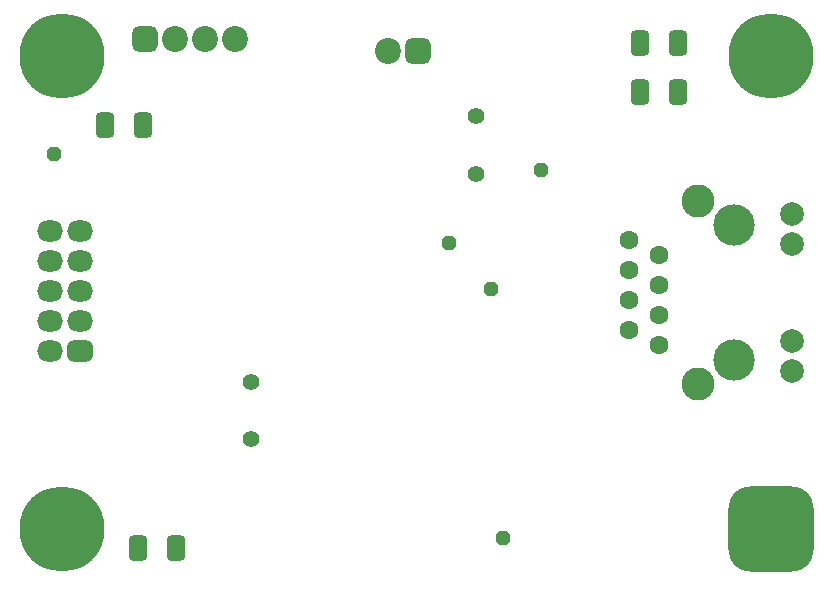
<source format=gts>
G04*
G04 #@! TF.GenerationSoftware,Altium Limited,Altium Designer,22.11.1 (43)*
G04*
G04 Layer_Color=8388736*
%FSLAX44Y44*%
%MOMM*%
G71*
G04*
G04 #@! TF.SameCoordinates,EED40AE4-AA45-4B6A-A555-91E3D054F81B*
G04*
G04*
G04 #@! TF.FilePolarity,Negative*
G04*
G01*
G75*
G04:AMPARAMS|DCode=15|XSize=2.2mm|YSize=1.6mm|CornerRadius=0.45mm|HoleSize=0mm|Usage=FLASHONLY|Rotation=90.000|XOffset=0mm|YOffset=0mm|HoleType=Round|Shape=RoundedRectangle|*
%AMROUNDEDRECTD15*
21,1,2.2000,0.7000,0,0,90.0*
21,1,1.3000,1.6000,0,0,90.0*
1,1,0.9000,0.3500,0.6500*
1,1,0.9000,0.3500,-0.6500*
1,1,0.9000,-0.3500,-0.6500*
1,1,0.9000,-0.3500,0.6500*
%
%ADD15ROUNDEDRECTD15*%
G04:AMPARAMS|DCode=16|XSize=2.2mm|YSize=2.2mm|CornerRadius=0.6mm|HoleSize=0mm|Usage=FLASHONLY|Rotation=180.000|XOffset=0mm|YOffset=0mm|HoleType=Round|Shape=RoundedRectangle|*
%AMROUNDEDRECTD16*
21,1,2.2000,1.0000,0,0,180.0*
21,1,1.0000,2.2000,0,0,180.0*
1,1,1.2000,-0.5000,0.5000*
1,1,1.2000,0.5000,0.5000*
1,1,1.2000,0.5000,-0.5000*
1,1,1.2000,-0.5000,-0.5000*
%
%ADD16ROUNDEDRECTD16*%
%ADD17C,2.2000*%
%ADD18C,2.0000*%
%ADD19C,1.6000*%
%ADD20C,3.5000*%
%ADD21C,2.8000*%
%ADD22C,7.2000*%
G04:AMPARAMS|DCode=23|XSize=1.2mm|YSize=1.2mm|CornerRadius=0mm|HoleSize=0mm|Usage=FLASHONLY|Rotation=90.000|XOffset=0mm|YOffset=0mm|HoleType=Round|Shape=Octagon|*
%AMOCTAGOND23*
4,1,8,0.3000,0.6000,-0.3000,0.6000,-0.6000,0.3000,-0.6000,-0.3000,-0.3000,-0.6000,0.3000,-0.6000,0.6000,-0.3000,0.6000,0.3000,0.3000,0.6000,0.0*
%
%ADD23OCTAGOND23*%

G04:AMPARAMS|DCode=24|XSize=1.2mm|YSize=1.2mm|CornerRadius=0mm|HoleSize=0mm|Usage=FLASHONLY|Rotation=0.000|XOffset=0mm|YOffset=0mm|HoleType=Round|Shape=Octagon|*
%AMOCTAGOND24*
4,1,8,0.6000,-0.3000,0.6000,0.3000,0.3000,0.6000,-0.3000,0.6000,-0.6000,0.3000,-0.6000,-0.3000,-0.3000,-0.6000,0.3000,-0.6000,0.6000,-0.3000,0.0*
%
%ADD24OCTAGOND24*%

%ADD25O,2.2000X1.8000*%
G04:AMPARAMS|DCode=26|XSize=1.8mm|YSize=2.2mm|CornerRadius=0.5mm|HoleSize=0mm|Usage=FLASHONLY|Rotation=90.000|XOffset=0mm|YOffset=0mm|HoleType=Round|Shape=RoundedRectangle|*
%AMROUNDEDRECTD26*
21,1,1.8000,1.2000,0,0,90.0*
21,1,0.8000,2.2000,0,0,90.0*
1,1,1.0000,0.6000,0.4000*
1,1,1.0000,0.6000,-0.4000*
1,1,1.0000,-0.6000,-0.4000*
1,1,1.0000,-0.6000,0.4000*
%
%ADD26ROUNDEDRECTD26*%
%ADD27C,1.4000*%
G04:AMPARAMS|DCode=28|XSize=7.2mm|YSize=7.2mm|CornerRadius=1.85mm|HoleSize=0mm|Usage=FLASHONLY|Rotation=0.000|XOffset=0mm|YOffset=0mm|HoleType=Round|Shape=RoundedRectangle|*
%AMROUNDEDRECTD28*
21,1,7.2000,3.5000,0,0,0.0*
21,1,3.5000,7.2000,0,0,0.0*
1,1,3.7000,1.7500,-1.7500*
1,1,3.7000,-1.7500,-1.7500*
1,1,3.7000,-1.7500,1.7500*
1,1,3.7000,1.7500,1.7500*
%
%ADD28ROUNDEDRECTD28*%
D15*
X114000Y34000D02*
D03*
X146000D02*
D03*
X86000Y392000D02*
D03*
X118000D02*
D03*
X539000Y420000D02*
D03*
X571000D02*
D03*
X539000Y461000D02*
D03*
X571000D02*
D03*
D16*
X351000Y454000D02*
D03*
X120000Y465000D02*
D03*
D17*
X325600Y454000D02*
D03*
X145400Y465000D02*
D03*
X196200D02*
D03*
X170800D02*
D03*
D18*
X667500Y290900D02*
D03*
Y316300D02*
D03*
Y209100D02*
D03*
Y183700D02*
D03*
D19*
X529600Y294450D02*
D03*
X555000Y281750D02*
D03*
X529600Y269050D02*
D03*
X555000Y256350D02*
D03*
X529600Y243650D02*
D03*
X555000Y230950D02*
D03*
X529600Y218250D02*
D03*
X555000Y205550D02*
D03*
D20*
X618500Y307150D02*
D03*
Y192850D02*
D03*
D21*
X588000Y327450D02*
D03*
Y172550D02*
D03*
D22*
X650000Y450000D02*
D03*
X50000Y50000D02*
D03*
Y450000D02*
D03*
D23*
X377000Y292000D02*
D03*
X423000Y42000D02*
D03*
X412681Y252564D02*
D03*
X455000Y354000D02*
D03*
D24*
X43000Y367000D02*
D03*
D25*
X39600Y301600D02*
D03*
X65000D02*
D03*
X39600Y276200D02*
D03*
X65000D02*
D03*
X39600Y250800D02*
D03*
X65000D02*
D03*
X39600Y225400D02*
D03*
X65000D02*
D03*
X39600Y200000D02*
D03*
D26*
X65000D02*
D03*
D27*
X400000Y350600D02*
D03*
Y399400D02*
D03*
X210000Y125600D02*
D03*
Y174400D02*
D03*
D28*
X650000Y50000D02*
D03*
M02*

</source>
